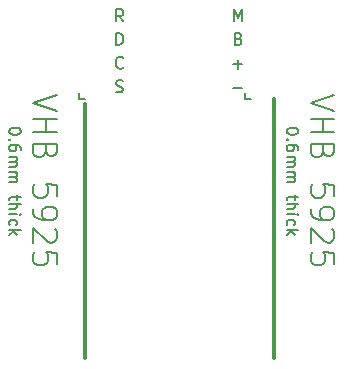
<source format=gto>
G04 #@! TF.GenerationSoftware,KiCad,Pcbnew,8.0.7*
G04 #@! TF.CreationDate,2025-03-03T17:10:54+00:00*
G04 #@! TF.ProjectId,view_screen,76696577-5f73-4637-9265-656e2e6b6963,rev?*
G04 #@! TF.SameCoordinates,Original*
G04 #@! TF.FileFunction,Legend,Top*
G04 #@! TF.FilePolarity,Positive*
%FSLAX46Y46*%
G04 Gerber Fmt 4.6, Leading zero omitted, Abs format (unit mm)*
G04 Created by KiCad (PCBNEW 8.0.7) date 2025-03-03 17:10:54*
%MOMM*%
%LPD*%
G01*
G04 APERTURE LIST*
%ADD10C,0.300000*%
%ADD11C,0.150000*%
%ADD12C,0.200000*%
%ADD13C,2.400000*%
%ADD14O,2.500000X1.250000*%
G04 APERTURE END LIST*
D10*
X92000000Y-93500000D02*
X92000000Y-115000000D01*
X108000000Y-93000000D02*
X108000000Y-115000000D01*
D11*
X86545180Y-95714286D02*
X86545180Y-95809524D01*
X86545180Y-95809524D02*
X86497561Y-95904762D01*
X86497561Y-95904762D02*
X86449942Y-95952381D01*
X86449942Y-95952381D02*
X86354704Y-96000000D01*
X86354704Y-96000000D02*
X86164228Y-96047619D01*
X86164228Y-96047619D02*
X85926133Y-96047619D01*
X85926133Y-96047619D02*
X85735657Y-96000000D01*
X85735657Y-96000000D02*
X85640419Y-95952381D01*
X85640419Y-95952381D02*
X85592800Y-95904762D01*
X85592800Y-95904762D02*
X85545180Y-95809524D01*
X85545180Y-95809524D02*
X85545180Y-95714286D01*
X85545180Y-95714286D02*
X85592800Y-95619048D01*
X85592800Y-95619048D02*
X85640419Y-95571429D01*
X85640419Y-95571429D02*
X85735657Y-95523810D01*
X85735657Y-95523810D02*
X85926133Y-95476191D01*
X85926133Y-95476191D02*
X86164228Y-95476191D01*
X86164228Y-95476191D02*
X86354704Y-95523810D01*
X86354704Y-95523810D02*
X86449942Y-95571429D01*
X86449942Y-95571429D02*
X86497561Y-95619048D01*
X86497561Y-95619048D02*
X86545180Y-95714286D01*
X85640419Y-96476191D02*
X85592800Y-96523810D01*
X85592800Y-96523810D02*
X85545180Y-96476191D01*
X85545180Y-96476191D02*
X85592800Y-96428572D01*
X85592800Y-96428572D02*
X85640419Y-96476191D01*
X85640419Y-96476191D02*
X85545180Y-96476191D01*
X86545180Y-97380952D02*
X86545180Y-97190476D01*
X86545180Y-97190476D02*
X86497561Y-97095238D01*
X86497561Y-97095238D02*
X86449942Y-97047619D01*
X86449942Y-97047619D02*
X86307085Y-96952381D01*
X86307085Y-96952381D02*
X86116609Y-96904762D01*
X86116609Y-96904762D02*
X85735657Y-96904762D01*
X85735657Y-96904762D02*
X85640419Y-96952381D01*
X85640419Y-96952381D02*
X85592800Y-97000000D01*
X85592800Y-97000000D02*
X85545180Y-97095238D01*
X85545180Y-97095238D02*
X85545180Y-97285714D01*
X85545180Y-97285714D02*
X85592800Y-97380952D01*
X85592800Y-97380952D02*
X85640419Y-97428571D01*
X85640419Y-97428571D02*
X85735657Y-97476190D01*
X85735657Y-97476190D02*
X85973752Y-97476190D01*
X85973752Y-97476190D02*
X86068990Y-97428571D01*
X86068990Y-97428571D02*
X86116609Y-97380952D01*
X86116609Y-97380952D02*
X86164228Y-97285714D01*
X86164228Y-97285714D02*
X86164228Y-97095238D01*
X86164228Y-97095238D02*
X86116609Y-97000000D01*
X86116609Y-97000000D02*
X86068990Y-96952381D01*
X86068990Y-96952381D02*
X85973752Y-96904762D01*
X85545180Y-97904762D02*
X86211847Y-97904762D01*
X86116609Y-97904762D02*
X86164228Y-97952381D01*
X86164228Y-97952381D02*
X86211847Y-98047619D01*
X86211847Y-98047619D02*
X86211847Y-98190476D01*
X86211847Y-98190476D02*
X86164228Y-98285714D01*
X86164228Y-98285714D02*
X86068990Y-98333333D01*
X86068990Y-98333333D02*
X85545180Y-98333333D01*
X86068990Y-98333333D02*
X86164228Y-98380952D01*
X86164228Y-98380952D02*
X86211847Y-98476190D01*
X86211847Y-98476190D02*
X86211847Y-98619047D01*
X86211847Y-98619047D02*
X86164228Y-98714286D01*
X86164228Y-98714286D02*
X86068990Y-98761905D01*
X86068990Y-98761905D02*
X85545180Y-98761905D01*
X85545180Y-99238095D02*
X86211847Y-99238095D01*
X86116609Y-99238095D02*
X86164228Y-99285714D01*
X86164228Y-99285714D02*
X86211847Y-99380952D01*
X86211847Y-99380952D02*
X86211847Y-99523809D01*
X86211847Y-99523809D02*
X86164228Y-99619047D01*
X86164228Y-99619047D02*
X86068990Y-99666666D01*
X86068990Y-99666666D02*
X85545180Y-99666666D01*
X86068990Y-99666666D02*
X86164228Y-99714285D01*
X86164228Y-99714285D02*
X86211847Y-99809523D01*
X86211847Y-99809523D02*
X86211847Y-99952380D01*
X86211847Y-99952380D02*
X86164228Y-100047619D01*
X86164228Y-100047619D02*
X86068990Y-100095238D01*
X86068990Y-100095238D02*
X85545180Y-100095238D01*
X86211847Y-101190476D02*
X86211847Y-101571428D01*
X86545180Y-101333333D02*
X85688038Y-101333333D01*
X85688038Y-101333333D02*
X85592800Y-101380952D01*
X85592800Y-101380952D02*
X85545180Y-101476190D01*
X85545180Y-101476190D02*
X85545180Y-101571428D01*
X85545180Y-101904762D02*
X86545180Y-101904762D01*
X85545180Y-102333333D02*
X86068990Y-102333333D01*
X86068990Y-102333333D02*
X86164228Y-102285714D01*
X86164228Y-102285714D02*
X86211847Y-102190476D01*
X86211847Y-102190476D02*
X86211847Y-102047619D01*
X86211847Y-102047619D02*
X86164228Y-101952381D01*
X86164228Y-101952381D02*
X86116609Y-101904762D01*
X85545180Y-102809524D02*
X86211847Y-102809524D01*
X86545180Y-102809524D02*
X86497561Y-102761905D01*
X86497561Y-102761905D02*
X86449942Y-102809524D01*
X86449942Y-102809524D02*
X86497561Y-102857143D01*
X86497561Y-102857143D02*
X86545180Y-102809524D01*
X86545180Y-102809524D02*
X86449942Y-102809524D01*
X85592800Y-103714285D02*
X85545180Y-103619047D01*
X85545180Y-103619047D02*
X85545180Y-103428571D01*
X85545180Y-103428571D02*
X85592800Y-103333333D01*
X85592800Y-103333333D02*
X85640419Y-103285714D01*
X85640419Y-103285714D02*
X85735657Y-103238095D01*
X85735657Y-103238095D02*
X86021371Y-103238095D01*
X86021371Y-103238095D02*
X86116609Y-103285714D01*
X86116609Y-103285714D02*
X86164228Y-103333333D01*
X86164228Y-103333333D02*
X86211847Y-103428571D01*
X86211847Y-103428571D02*
X86211847Y-103619047D01*
X86211847Y-103619047D02*
X86164228Y-103714285D01*
X85545180Y-104142857D02*
X86545180Y-104142857D01*
X85926133Y-104238095D02*
X85545180Y-104523809D01*
X86211847Y-104523809D02*
X85830895Y-104142857D01*
D12*
X89585161Y-92714285D02*
X87585161Y-93380951D01*
X87585161Y-93380951D02*
X89585161Y-94047618D01*
X87585161Y-94714285D02*
X89585161Y-94714285D01*
X88632780Y-94714285D02*
X88632780Y-95857142D01*
X87585161Y-95857142D02*
X89585161Y-95857142D01*
X88632780Y-97476190D02*
X88537542Y-97761904D01*
X88537542Y-97761904D02*
X88442304Y-97857142D01*
X88442304Y-97857142D02*
X88251828Y-97952380D01*
X88251828Y-97952380D02*
X87966114Y-97952380D01*
X87966114Y-97952380D02*
X87775638Y-97857142D01*
X87775638Y-97857142D02*
X87680400Y-97761904D01*
X87680400Y-97761904D02*
X87585161Y-97571428D01*
X87585161Y-97571428D02*
X87585161Y-96809523D01*
X87585161Y-96809523D02*
X89585161Y-96809523D01*
X89585161Y-96809523D02*
X89585161Y-97476190D01*
X89585161Y-97476190D02*
X89489923Y-97666666D01*
X89489923Y-97666666D02*
X89394685Y-97761904D01*
X89394685Y-97761904D02*
X89204209Y-97857142D01*
X89204209Y-97857142D02*
X89013733Y-97857142D01*
X89013733Y-97857142D02*
X88823257Y-97761904D01*
X88823257Y-97761904D02*
X88728019Y-97666666D01*
X88728019Y-97666666D02*
X88632780Y-97476190D01*
X88632780Y-97476190D02*
X88632780Y-96809523D01*
X89585161Y-101285714D02*
X89585161Y-100333333D01*
X89585161Y-100333333D02*
X88632780Y-100238095D01*
X88632780Y-100238095D02*
X88728019Y-100333333D01*
X88728019Y-100333333D02*
X88823257Y-100523809D01*
X88823257Y-100523809D02*
X88823257Y-101000000D01*
X88823257Y-101000000D02*
X88728019Y-101190476D01*
X88728019Y-101190476D02*
X88632780Y-101285714D01*
X88632780Y-101285714D02*
X88442304Y-101380952D01*
X88442304Y-101380952D02*
X87966114Y-101380952D01*
X87966114Y-101380952D02*
X87775638Y-101285714D01*
X87775638Y-101285714D02*
X87680400Y-101190476D01*
X87680400Y-101190476D02*
X87585161Y-101000000D01*
X87585161Y-101000000D02*
X87585161Y-100523809D01*
X87585161Y-100523809D02*
X87680400Y-100333333D01*
X87680400Y-100333333D02*
X87775638Y-100238095D01*
X87585161Y-102333333D02*
X87585161Y-102714285D01*
X87585161Y-102714285D02*
X87680400Y-102904762D01*
X87680400Y-102904762D02*
X87775638Y-103000000D01*
X87775638Y-103000000D02*
X88061352Y-103190476D01*
X88061352Y-103190476D02*
X88442304Y-103285714D01*
X88442304Y-103285714D02*
X89204209Y-103285714D01*
X89204209Y-103285714D02*
X89394685Y-103190476D01*
X89394685Y-103190476D02*
X89489923Y-103095238D01*
X89489923Y-103095238D02*
X89585161Y-102904762D01*
X89585161Y-102904762D02*
X89585161Y-102523809D01*
X89585161Y-102523809D02*
X89489923Y-102333333D01*
X89489923Y-102333333D02*
X89394685Y-102238095D01*
X89394685Y-102238095D02*
X89204209Y-102142857D01*
X89204209Y-102142857D02*
X88728019Y-102142857D01*
X88728019Y-102142857D02*
X88537542Y-102238095D01*
X88537542Y-102238095D02*
X88442304Y-102333333D01*
X88442304Y-102333333D02*
X88347066Y-102523809D01*
X88347066Y-102523809D02*
X88347066Y-102904762D01*
X88347066Y-102904762D02*
X88442304Y-103095238D01*
X88442304Y-103095238D02*
X88537542Y-103190476D01*
X88537542Y-103190476D02*
X88728019Y-103285714D01*
X89394685Y-104047619D02*
X89489923Y-104142857D01*
X89489923Y-104142857D02*
X89585161Y-104333333D01*
X89585161Y-104333333D02*
X89585161Y-104809524D01*
X89585161Y-104809524D02*
X89489923Y-105000000D01*
X89489923Y-105000000D02*
X89394685Y-105095238D01*
X89394685Y-105095238D02*
X89204209Y-105190476D01*
X89204209Y-105190476D02*
X89013733Y-105190476D01*
X89013733Y-105190476D02*
X88728019Y-105095238D01*
X88728019Y-105095238D02*
X87585161Y-103952381D01*
X87585161Y-103952381D02*
X87585161Y-105190476D01*
X89585161Y-107000000D02*
X89585161Y-106047619D01*
X89585161Y-106047619D02*
X88632780Y-105952381D01*
X88632780Y-105952381D02*
X88728019Y-106047619D01*
X88728019Y-106047619D02*
X88823257Y-106238095D01*
X88823257Y-106238095D02*
X88823257Y-106714286D01*
X88823257Y-106714286D02*
X88728019Y-106904762D01*
X88728019Y-106904762D02*
X88632780Y-107000000D01*
X88632780Y-107000000D02*
X88442304Y-107095238D01*
X88442304Y-107095238D02*
X87966114Y-107095238D01*
X87966114Y-107095238D02*
X87775638Y-107000000D01*
X87775638Y-107000000D02*
X87680400Y-106904762D01*
X87680400Y-106904762D02*
X87585161Y-106714286D01*
X87585161Y-106714286D02*
X87585161Y-106238095D01*
X87585161Y-106238095D02*
X87680400Y-106047619D01*
X87680400Y-106047619D02*
X87775638Y-105952381D01*
D11*
X94638095Y-88454819D02*
X94638095Y-87454819D01*
X94638095Y-87454819D02*
X94876190Y-87454819D01*
X94876190Y-87454819D02*
X95019047Y-87502438D01*
X95019047Y-87502438D02*
X95114285Y-87597676D01*
X95114285Y-87597676D02*
X95161904Y-87692914D01*
X95161904Y-87692914D02*
X95209523Y-87883390D01*
X95209523Y-87883390D02*
X95209523Y-88026247D01*
X95209523Y-88026247D02*
X95161904Y-88216723D01*
X95161904Y-88216723D02*
X95114285Y-88311961D01*
X95114285Y-88311961D02*
X95019047Y-88407200D01*
X95019047Y-88407200D02*
X94876190Y-88454819D01*
X94876190Y-88454819D02*
X94638095Y-88454819D01*
X95209523Y-90359580D02*
X95161904Y-90407200D01*
X95161904Y-90407200D02*
X95019047Y-90454819D01*
X95019047Y-90454819D02*
X94923809Y-90454819D01*
X94923809Y-90454819D02*
X94780952Y-90407200D01*
X94780952Y-90407200D02*
X94685714Y-90311961D01*
X94685714Y-90311961D02*
X94638095Y-90216723D01*
X94638095Y-90216723D02*
X94590476Y-90026247D01*
X94590476Y-90026247D02*
X94590476Y-89883390D01*
X94590476Y-89883390D02*
X94638095Y-89692914D01*
X94638095Y-89692914D02*
X94685714Y-89597676D01*
X94685714Y-89597676D02*
X94780952Y-89502438D01*
X94780952Y-89502438D02*
X94923809Y-89454819D01*
X94923809Y-89454819D02*
X95019047Y-89454819D01*
X95019047Y-89454819D02*
X95161904Y-89502438D01*
X95161904Y-89502438D02*
X95209523Y-89550057D01*
X94614286Y-92407200D02*
X94757143Y-92454819D01*
X94757143Y-92454819D02*
X94995238Y-92454819D01*
X94995238Y-92454819D02*
X95090476Y-92407200D01*
X95090476Y-92407200D02*
X95138095Y-92359580D01*
X95138095Y-92359580D02*
X95185714Y-92264342D01*
X95185714Y-92264342D02*
X95185714Y-92169104D01*
X95185714Y-92169104D02*
X95138095Y-92073866D01*
X95138095Y-92073866D02*
X95090476Y-92026247D01*
X95090476Y-92026247D02*
X94995238Y-91978628D01*
X94995238Y-91978628D02*
X94804762Y-91931009D01*
X94804762Y-91931009D02*
X94709524Y-91883390D01*
X94709524Y-91883390D02*
X94661905Y-91835771D01*
X94661905Y-91835771D02*
X94614286Y-91740533D01*
X94614286Y-91740533D02*
X94614286Y-91645295D01*
X94614286Y-91645295D02*
X94661905Y-91550057D01*
X94661905Y-91550057D02*
X94709524Y-91502438D01*
X94709524Y-91502438D02*
X94804762Y-91454819D01*
X94804762Y-91454819D02*
X95042857Y-91454819D01*
X95042857Y-91454819D02*
X95185714Y-91502438D01*
X95209523Y-86454819D02*
X94876190Y-85978628D01*
X94638095Y-86454819D02*
X94638095Y-85454819D01*
X94638095Y-85454819D02*
X95019047Y-85454819D01*
X95019047Y-85454819D02*
X95114285Y-85502438D01*
X95114285Y-85502438D02*
X95161904Y-85550057D01*
X95161904Y-85550057D02*
X95209523Y-85645295D01*
X95209523Y-85645295D02*
X95209523Y-85788152D01*
X95209523Y-85788152D02*
X95161904Y-85883390D01*
X95161904Y-85883390D02*
X95114285Y-85931009D01*
X95114285Y-85931009D02*
X95019047Y-85978628D01*
X95019047Y-85978628D02*
X94638095Y-85978628D01*
X104519048Y-92073866D02*
X105280953Y-92073866D01*
X104519048Y-90073866D02*
X105280953Y-90073866D01*
X104900000Y-90454819D02*
X104900000Y-89692914D01*
X104566667Y-86454819D02*
X104566667Y-85454819D01*
X104566667Y-85454819D02*
X104900000Y-86169104D01*
X104900000Y-86169104D02*
X105233333Y-85454819D01*
X105233333Y-85454819D02*
X105233333Y-86454819D01*
X104971428Y-87931009D02*
X105114285Y-87978628D01*
X105114285Y-87978628D02*
X105161904Y-88026247D01*
X105161904Y-88026247D02*
X105209523Y-88121485D01*
X105209523Y-88121485D02*
X105209523Y-88264342D01*
X105209523Y-88264342D02*
X105161904Y-88359580D01*
X105161904Y-88359580D02*
X105114285Y-88407200D01*
X105114285Y-88407200D02*
X105019047Y-88454819D01*
X105019047Y-88454819D02*
X104638095Y-88454819D01*
X104638095Y-88454819D02*
X104638095Y-87454819D01*
X104638095Y-87454819D02*
X104971428Y-87454819D01*
X104971428Y-87454819D02*
X105066666Y-87502438D01*
X105066666Y-87502438D02*
X105114285Y-87550057D01*
X105114285Y-87550057D02*
X105161904Y-87645295D01*
X105161904Y-87645295D02*
X105161904Y-87740533D01*
X105161904Y-87740533D02*
X105114285Y-87835771D01*
X105114285Y-87835771D02*
X105066666Y-87883390D01*
X105066666Y-87883390D02*
X104971428Y-87931009D01*
X104971428Y-87931009D02*
X104638095Y-87931009D01*
X110045180Y-95714286D02*
X110045180Y-95809524D01*
X110045180Y-95809524D02*
X109997561Y-95904762D01*
X109997561Y-95904762D02*
X109949942Y-95952381D01*
X109949942Y-95952381D02*
X109854704Y-96000000D01*
X109854704Y-96000000D02*
X109664228Y-96047619D01*
X109664228Y-96047619D02*
X109426133Y-96047619D01*
X109426133Y-96047619D02*
X109235657Y-96000000D01*
X109235657Y-96000000D02*
X109140419Y-95952381D01*
X109140419Y-95952381D02*
X109092800Y-95904762D01*
X109092800Y-95904762D02*
X109045180Y-95809524D01*
X109045180Y-95809524D02*
X109045180Y-95714286D01*
X109045180Y-95714286D02*
X109092800Y-95619048D01*
X109092800Y-95619048D02*
X109140419Y-95571429D01*
X109140419Y-95571429D02*
X109235657Y-95523810D01*
X109235657Y-95523810D02*
X109426133Y-95476191D01*
X109426133Y-95476191D02*
X109664228Y-95476191D01*
X109664228Y-95476191D02*
X109854704Y-95523810D01*
X109854704Y-95523810D02*
X109949942Y-95571429D01*
X109949942Y-95571429D02*
X109997561Y-95619048D01*
X109997561Y-95619048D02*
X110045180Y-95714286D01*
X109140419Y-96476191D02*
X109092800Y-96523810D01*
X109092800Y-96523810D02*
X109045180Y-96476191D01*
X109045180Y-96476191D02*
X109092800Y-96428572D01*
X109092800Y-96428572D02*
X109140419Y-96476191D01*
X109140419Y-96476191D02*
X109045180Y-96476191D01*
X110045180Y-97380952D02*
X110045180Y-97190476D01*
X110045180Y-97190476D02*
X109997561Y-97095238D01*
X109997561Y-97095238D02*
X109949942Y-97047619D01*
X109949942Y-97047619D02*
X109807085Y-96952381D01*
X109807085Y-96952381D02*
X109616609Y-96904762D01*
X109616609Y-96904762D02*
X109235657Y-96904762D01*
X109235657Y-96904762D02*
X109140419Y-96952381D01*
X109140419Y-96952381D02*
X109092800Y-97000000D01*
X109092800Y-97000000D02*
X109045180Y-97095238D01*
X109045180Y-97095238D02*
X109045180Y-97285714D01*
X109045180Y-97285714D02*
X109092800Y-97380952D01*
X109092800Y-97380952D02*
X109140419Y-97428571D01*
X109140419Y-97428571D02*
X109235657Y-97476190D01*
X109235657Y-97476190D02*
X109473752Y-97476190D01*
X109473752Y-97476190D02*
X109568990Y-97428571D01*
X109568990Y-97428571D02*
X109616609Y-97380952D01*
X109616609Y-97380952D02*
X109664228Y-97285714D01*
X109664228Y-97285714D02*
X109664228Y-97095238D01*
X109664228Y-97095238D02*
X109616609Y-97000000D01*
X109616609Y-97000000D02*
X109568990Y-96952381D01*
X109568990Y-96952381D02*
X109473752Y-96904762D01*
X109045180Y-97904762D02*
X109711847Y-97904762D01*
X109616609Y-97904762D02*
X109664228Y-97952381D01*
X109664228Y-97952381D02*
X109711847Y-98047619D01*
X109711847Y-98047619D02*
X109711847Y-98190476D01*
X109711847Y-98190476D02*
X109664228Y-98285714D01*
X109664228Y-98285714D02*
X109568990Y-98333333D01*
X109568990Y-98333333D02*
X109045180Y-98333333D01*
X109568990Y-98333333D02*
X109664228Y-98380952D01*
X109664228Y-98380952D02*
X109711847Y-98476190D01*
X109711847Y-98476190D02*
X109711847Y-98619047D01*
X109711847Y-98619047D02*
X109664228Y-98714286D01*
X109664228Y-98714286D02*
X109568990Y-98761905D01*
X109568990Y-98761905D02*
X109045180Y-98761905D01*
X109045180Y-99238095D02*
X109711847Y-99238095D01*
X109616609Y-99238095D02*
X109664228Y-99285714D01*
X109664228Y-99285714D02*
X109711847Y-99380952D01*
X109711847Y-99380952D02*
X109711847Y-99523809D01*
X109711847Y-99523809D02*
X109664228Y-99619047D01*
X109664228Y-99619047D02*
X109568990Y-99666666D01*
X109568990Y-99666666D02*
X109045180Y-99666666D01*
X109568990Y-99666666D02*
X109664228Y-99714285D01*
X109664228Y-99714285D02*
X109711847Y-99809523D01*
X109711847Y-99809523D02*
X109711847Y-99952380D01*
X109711847Y-99952380D02*
X109664228Y-100047619D01*
X109664228Y-100047619D02*
X109568990Y-100095238D01*
X109568990Y-100095238D02*
X109045180Y-100095238D01*
X109711847Y-101190476D02*
X109711847Y-101571428D01*
X110045180Y-101333333D02*
X109188038Y-101333333D01*
X109188038Y-101333333D02*
X109092800Y-101380952D01*
X109092800Y-101380952D02*
X109045180Y-101476190D01*
X109045180Y-101476190D02*
X109045180Y-101571428D01*
X109045180Y-101904762D02*
X110045180Y-101904762D01*
X109045180Y-102333333D02*
X109568990Y-102333333D01*
X109568990Y-102333333D02*
X109664228Y-102285714D01*
X109664228Y-102285714D02*
X109711847Y-102190476D01*
X109711847Y-102190476D02*
X109711847Y-102047619D01*
X109711847Y-102047619D02*
X109664228Y-101952381D01*
X109664228Y-101952381D02*
X109616609Y-101904762D01*
X109045180Y-102809524D02*
X109711847Y-102809524D01*
X110045180Y-102809524D02*
X109997561Y-102761905D01*
X109997561Y-102761905D02*
X109949942Y-102809524D01*
X109949942Y-102809524D02*
X109997561Y-102857143D01*
X109997561Y-102857143D02*
X110045180Y-102809524D01*
X110045180Y-102809524D02*
X109949942Y-102809524D01*
X109092800Y-103714285D02*
X109045180Y-103619047D01*
X109045180Y-103619047D02*
X109045180Y-103428571D01*
X109045180Y-103428571D02*
X109092800Y-103333333D01*
X109092800Y-103333333D02*
X109140419Y-103285714D01*
X109140419Y-103285714D02*
X109235657Y-103238095D01*
X109235657Y-103238095D02*
X109521371Y-103238095D01*
X109521371Y-103238095D02*
X109616609Y-103285714D01*
X109616609Y-103285714D02*
X109664228Y-103333333D01*
X109664228Y-103333333D02*
X109711847Y-103428571D01*
X109711847Y-103428571D02*
X109711847Y-103619047D01*
X109711847Y-103619047D02*
X109664228Y-103714285D01*
X109045180Y-104142857D02*
X110045180Y-104142857D01*
X109426133Y-104238095D02*
X109045180Y-104523809D01*
X109711847Y-104523809D02*
X109330895Y-104142857D01*
D12*
X113085161Y-92714285D02*
X111085161Y-93380951D01*
X111085161Y-93380951D02*
X113085161Y-94047618D01*
X111085161Y-94714285D02*
X113085161Y-94714285D01*
X112132780Y-94714285D02*
X112132780Y-95857142D01*
X111085161Y-95857142D02*
X113085161Y-95857142D01*
X112132780Y-97476190D02*
X112037542Y-97761904D01*
X112037542Y-97761904D02*
X111942304Y-97857142D01*
X111942304Y-97857142D02*
X111751828Y-97952380D01*
X111751828Y-97952380D02*
X111466114Y-97952380D01*
X111466114Y-97952380D02*
X111275638Y-97857142D01*
X111275638Y-97857142D02*
X111180400Y-97761904D01*
X111180400Y-97761904D02*
X111085161Y-97571428D01*
X111085161Y-97571428D02*
X111085161Y-96809523D01*
X111085161Y-96809523D02*
X113085161Y-96809523D01*
X113085161Y-96809523D02*
X113085161Y-97476190D01*
X113085161Y-97476190D02*
X112989923Y-97666666D01*
X112989923Y-97666666D02*
X112894685Y-97761904D01*
X112894685Y-97761904D02*
X112704209Y-97857142D01*
X112704209Y-97857142D02*
X112513733Y-97857142D01*
X112513733Y-97857142D02*
X112323257Y-97761904D01*
X112323257Y-97761904D02*
X112228019Y-97666666D01*
X112228019Y-97666666D02*
X112132780Y-97476190D01*
X112132780Y-97476190D02*
X112132780Y-96809523D01*
X113085161Y-101285714D02*
X113085161Y-100333333D01*
X113085161Y-100333333D02*
X112132780Y-100238095D01*
X112132780Y-100238095D02*
X112228019Y-100333333D01*
X112228019Y-100333333D02*
X112323257Y-100523809D01*
X112323257Y-100523809D02*
X112323257Y-101000000D01*
X112323257Y-101000000D02*
X112228019Y-101190476D01*
X112228019Y-101190476D02*
X112132780Y-101285714D01*
X112132780Y-101285714D02*
X111942304Y-101380952D01*
X111942304Y-101380952D02*
X111466114Y-101380952D01*
X111466114Y-101380952D02*
X111275638Y-101285714D01*
X111275638Y-101285714D02*
X111180400Y-101190476D01*
X111180400Y-101190476D02*
X111085161Y-101000000D01*
X111085161Y-101000000D02*
X111085161Y-100523809D01*
X111085161Y-100523809D02*
X111180400Y-100333333D01*
X111180400Y-100333333D02*
X111275638Y-100238095D01*
X111085161Y-102333333D02*
X111085161Y-102714285D01*
X111085161Y-102714285D02*
X111180400Y-102904762D01*
X111180400Y-102904762D02*
X111275638Y-103000000D01*
X111275638Y-103000000D02*
X111561352Y-103190476D01*
X111561352Y-103190476D02*
X111942304Y-103285714D01*
X111942304Y-103285714D02*
X112704209Y-103285714D01*
X112704209Y-103285714D02*
X112894685Y-103190476D01*
X112894685Y-103190476D02*
X112989923Y-103095238D01*
X112989923Y-103095238D02*
X113085161Y-102904762D01*
X113085161Y-102904762D02*
X113085161Y-102523809D01*
X113085161Y-102523809D02*
X112989923Y-102333333D01*
X112989923Y-102333333D02*
X112894685Y-102238095D01*
X112894685Y-102238095D02*
X112704209Y-102142857D01*
X112704209Y-102142857D02*
X112228019Y-102142857D01*
X112228019Y-102142857D02*
X112037542Y-102238095D01*
X112037542Y-102238095D02*
X111942304Y-102333333D01*
X111942304Y-102333333D02*
X111847066Y-102523809D01*
X111847066Y-102523809D02*
X111847066Y-102904762D01*
X111847066Y-102904762D02*
X111942304Y-103095238D01*
X111942304Y-103095238D02*
X112037542Y-103190476D01*
X112037542Y-103190476D02*
X112228019Y-103285714D01*
X112894685Y-104047619D02*
X112989923Y-104142857D01*
X112989923Y-104142857D02*
X113085161Y-104333333D01*
X113085161Y-104333333D02*
X113085161Y-104809524D01*
X113085161Y-104809524D02*
X112989923Y-105000000D01*
X112989923Y-105000000D02*
X112894685Y-105095238D01*
X112894685Y-105095238D02*
X112704209Y-105190476D01*
X112704209Y-105190476D02*
X112513733Y-105190476D01*
X112513733Y-105190476D02*
X112228019Y-105095238D01*
X112228019Y-105095238D02*
X111085161Y-103952381D01*
X111085161Y-103952381D02*
X111085161Y-105190476D01*
X113085161Y-107000000D02*
X113085161Y-106047619D01*
X113085161Y-106047619D02*
X112132780Y-105952381D01*
X112132780Y-105952381D02*
X112228019Y-106047619D01*
X112228019Y-106047619D02*
X112323257Y-106238095D01*
X112323257Y-106238095D02*
X112323257Y-106714286D01*
X112323257Y-106714286D02*
X112228019Y-106904762D01*
X112228019Y-106904762D02*
X112132780Y-107000000D01*
X112132780Y-107000000D02*
X111942304Y-107095238D01*
X111942304Y-107095238D02*
X111466114Y-107095238D01*
X111466114Y-107095238D02*
X111275638Y-107000000D01*
X111275638Y-107000000D02*
X111180400Y-106904762D01*
X111180400Y-106904762D02*
X111085161Y-106714286D01*
X111085161Y-106714286D02*
X111085161Y-106238095D01*
X111085161Y-106238095D02*
X111180400Y-106047619D01*
X111180400Y-106047619D02*
X111275638Y-105952381D01*
D11*
X91500000Y-93000000D02*
X92000000Y-93000000D01*
X91500000Y-92500000D02*
X91500000Y-93000000D01*
X105500000Y-93000000D02*
X106000000Y-93000000D01*
X105500000Y-92500000D02*
X105500000Y-93000000D01*
%LPC*%
D13*
X94000000Y-100000000D03*
D14*
X93000000Y-92000000D03*
X93000000Y-90000000D03*
X93000000Y-88000000D03*
X93000000Y-86000000D03*
X107000000Y-92000000D03*
X107000000Y-90000000D03*
X107000000Y-88000000D03*
X107000000Y-86000000D03*
%LPD*%
M02*

</source>
